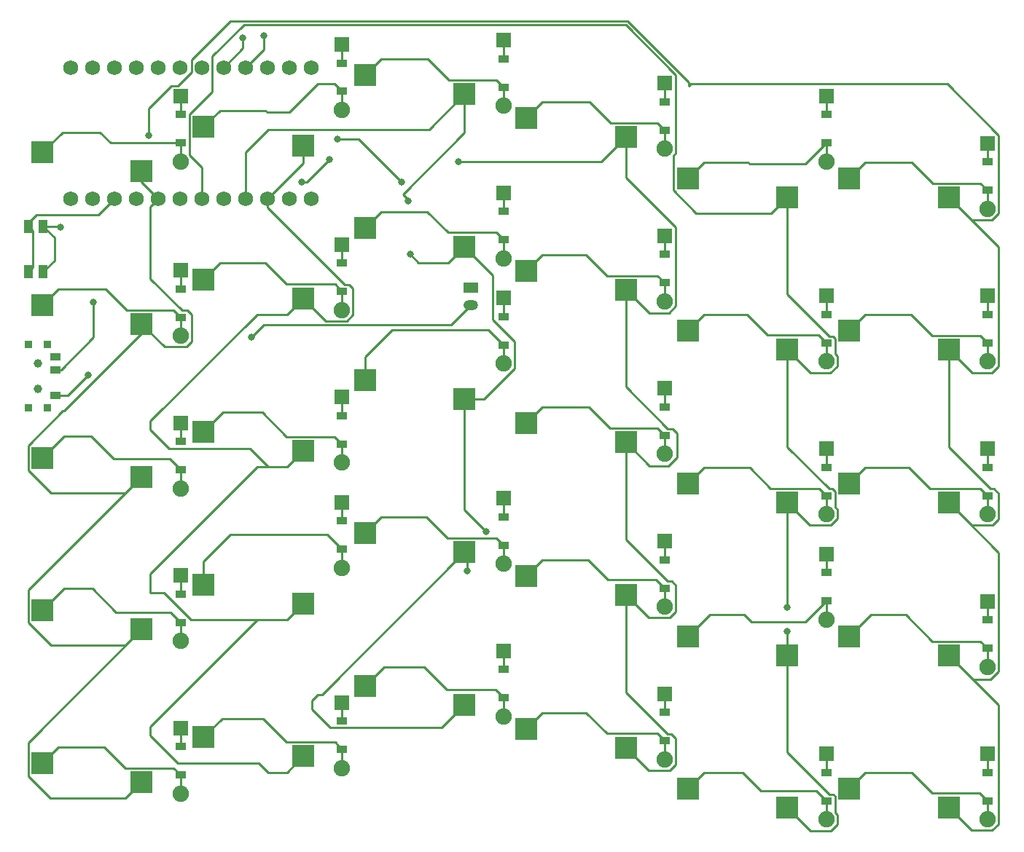
<source format=gbr>
%TF.GenerationSoftware,KiCad,Pcbnew,7.0.8*%
%TF.CreationDate,2024-07-17T12:43:32-03:00*%
%TF.ProjectId,right,72696768-742e-46b6-9963-61645f706362,v1.0.0*%
%TF.SameCoordinates,Original*%
%TF.FileFunction,Copper,L2,Bot*%
%TF.FilePolarity,Positive*%
%FSLAX46Y46*%
G04 Gerber Fmt 4.6, Leading zero omitted, Abs format (unit mm)*
G04 Created by KiCad (PCBNEW 7.0.8) date 2024-07-17 12:43:32*
%MOMM*%
%LPD*%
G01*
G04 APERTURE LIST*
%TA.AperFunction,SMDPad,CuDef*%
%ADD10R,0.900000X0.900000*%
%TD*%
%TA.AperFunction,WasherPad*%
%ADD11C,1.000000*%
%TD*%
%TA.AperFunction,SMDPad,CuDef*%
%ADD12R,1.250000X0.900000*%
%TD*%
%TA.AperFunction,ComponentPad*%
%ADD13R,1.778000X1.778000*%
%TD*%
%TA.AperFunction,SMDPad,CuDef*%
%ADD14R,1.200000X0.900000*%
%TD*%
%TA.AperFunction,ComponentPad*%
%ADD15C,1.905000*%
%TD*%
%TA.AperFunction,SMDPad,CuDef*%
%ADD16R,2.600000X2.600000*%
%TD*%
%TA.AperFunction,SMDPad,CuDef*%
%ADD17R,1.000000X1.550000*%
%TD*%
%TA.AperFunction,ComponentPad*%
%ADD18C,1.752600*%
%TD*%
%TA.AperFunction,ComponentPad*%
%ADD19R,1.700000X1.200000*%
%TD*%
%TA.AperFunction,ComponentPad*%
%ADD20O,1.700000X1.200000*%
%TD*%
%TA.AperFunction,ViaPad*%
%ADD21C,0.800000*%
%TD*%
%TA.AperFunction,Conductor*%
%ADD22C,0.250000*%
%TD*%
G04 APERTURE END LIST*
D10*
%TO.P,T1,*%
%TO.N,*%
X243850000Y-109450000D03*
X246050000Y-109450000D03*
D11*
X244950000Y-107250000D03*
X244950000Y-104250000D03*
D10*
X243850000Y-102050000D03*
X246050000Y-102050000D03*
D12*
%TO.P,T1,1*%
%TO.N,pos*%
X247025000Y-108000000D03*
%TO.P,T1,2*%
%TO.N,RAW*%
X247025000Y-105000000D03*
%TO.P,T1,3*%
%TO.N,N/C*%
X247025000Y-103500000D03*
%TD*%
D13*
%TO.P,D9,1*%
%TO.N,P113*%
X317800000Y-142690000D03*
D14*
X317800000Y-144850000D03*
%TO.P,D9,2*%
%TO.N,mirror_third_mod*%
X317800000Y-148150000D03*
D15*
X317800000Y-150310000D03*
%TD*%
D16*
%TO.P,S9,1*%
%TO.N,P022*%
X332025000Y-102700000D03*
%TO.P,S9,2*%
%TO.N,mirror_second_top*%
X320475000Y-100500000D03*
%TD*%
D13*
%TO.P,D4,1*%
%TO.N,P029*%
X355300000Y-96440000D03*
D14*
X355300000Y-98600000D03*
%TO.P,D4,2*%
%TO.N,mirror_first_top*%
X355300000Y-101900000D03*
D15*
X355300000Y-104060000D03*
%TD*%
D16*
%TO.P,S6,1*%
%TO.N,P022*%
X332025000Y-155950000D03*
%TO.P,S6,2*%
%TO.N,mirror_second_mod*%
X320475000Y-153750000D03*
%TD*%
D13*
%TO.P,D20,1*%
%TO.N,P029*%
X280300000Y-90440000D03*
D14*
X280300000Y-92600000D03*
%TO.P,D20,2*%
%TO.N,mirror_fifth_top*%
X280300000Y-95900000D03*
D15*
X280300000Y-98060000D03*
%TD*%
D16*
%TO.P,S13,1*%
%TO.N,P024*%
X313275000Y-113450000D03*
%TO.P,S13,2*%
%TO.N,mirror_third_home*%
X301725000Y-111250000D03*
%TD*%
%TO.P,S29,1*%
%TO.N,P017*%
X257025000Y-99700000D03*
%TO.P,S29,2*%
%TO.N,mirror_sixth_top*%
X245475000Y-97500000D03*
%TD*%
%TO.P,S17,1*%
%TO.N,P100*%
X294525000Y-126200000D03*
%TO.P,S17,2*%
%TO.N,mirror_fourth_bottom*%
X282975000Y-124000000D03*
%TD*%
D13*
%TO.P,D5,1*%
%TO.N,P031*%
X355300000Y-78690000D03*
D14*
X355300000Y-80850000D03*
%TO.P,D5,2*%
%TO.N,mirror_first_num*%
X355300000Y-84150000D03*
D15*
X355300000Y-86310000D03*
%TD*%
D13*
%TO.P,D13,1*%
%TO.N,P031*%
X317800000Y-71690000D03*
D14*
X317800000Y-73850000D03*
%TO.P,D13,2*%
%TO.N,mirror_third_num*%
X317800000Y-77150000D03*
D15*
X317800000Y-79310000D03*
%TD*%
D13*
%TO.P,D15,1*%
%TO.N,P115*%
X299050000Y-119940000D03*
D14*
X299050000Y-122100000D03*
%TO.P,D15,2*%
%TO.N,mirror_fourth_bottom*%
X299050000Y-125400000D03*
D15*
X299050000Y-127560000D03*
%TD*%
D13*
%TO.P,D6,1*%
%TO.N,P113*%
X336550000Y-149690000D03*
D14*
X336550000Y-151850000D03*
%TO.P,D6,2*%
%TO.N,mirror_second_mod*%
X336550000Y-155150000D03*
D15*
X336550000Y-157310000D03*
%TD*%
D13*
%TO.P,D16,1*%
%TO.N,P029*%
X299050000Y-84440000D03*
D14*
X299050000Y-86600000D03*
%TO.P,D16,2*%
%TO.N,mirror_fourth_top*%
X299050000Y-89900000D03*
D15*
X299050000Y-92060000D03*
%TD*%
D13*
%TO.P,D14,1*%
%TO.N,P113*%
X299050000Y-137690000D03*
D14*
X299050000Y-139850000D03*
%TO.P,D14,2*%
%TO.N,mirror_fourth_mod*%
X299050000Y-143150000D03*
D15*
X299050000Y-145310000D03*
%TD*%
D16*
%TO.P,S15,1*%
%TO.N,P024*%
X313275000Y-77950000D03*
%TO.P,S15,2*%
%TO.N,mirror_third_num*%
X301725000Y-75750000D03*
%TD*%
D13*
%TO.P,D25,1*%
%TO.N,P115*%
X336550000Y-126440000D03*
D14*
X336550000Y-128600000D03*
%TO.P,D25,2*%
%TO.N,mirror_second_bottom*%
X336550000Y-131900000D03*
D15*
X336550000Y-134060000D03*
%TD*%
D13*
%TO.P,D17,1*%
%TO.N,P031*%
X299050000Y-66690000D03*
D14*
X299050000Y-68850000D03*
%TO.P,D17,2*%
%TO.N,mirror_fourth_num*%
X299050000Y-72150000D03*
D15*
X299050000Y-74310000D03*
%TD*%
D13*
%TO.P,D1,1*%
%TO.N,P113*%
X355300000Y-149690000D03*
D14*
X355300000Y-151850000D03*
%TO.P,D1,2*%
%TO.N,mirror_first_mod*%
X355300000Y-155150000D03*
D15*
X355300000Y-157310000D03*
%TD*%
D16*
%TO.P,S3,1*%
%TO.N,P020*%
X350775000Y-120450000D03*
%TO.P,S3,2*%
%TO.N,mirror_first_home*%
X339225000Y-118250000D03*
%TD*%
D13*
%TO.P,D18,1*%
%TO.N,P113*%
X280300000Y-143690000D03*
D14*
X280300000Y-145850000D03*
%TO.P,D18,2*%
%TO.N,mirror_fifth_mod*%
X280300000Y-149150000D03*
D15*
X280300000Y-151310000D03*
%TD*%
D13*
%TO.P,D3,1*%
%TO.N,P002*%
X355300000Y-114190000D03*
D14*
X355300000Y-116350000D03*
%TO.P,D3,2*%
%TO.N,mirror_first_home*%
X355300000Y-119650000D03*
D15*
X355300000Y-121810000D03*
%TD*%
D16*
%TO.P,S12,1*%
%TO.N,P024*%
X313275000Y-131200000D03*
%TO.P,S12,2*%
%TO.N,mirror_third_bottom*%
X301725000Y-129000000D03*
%TD*%
D13*
%TO.P,D23,1*%
%TO.N,P002*%
X261550000Y-111190000D03*
D14*
X261550000Y-113350000D03*
%TO.P,D23,2*%
%TO.N,mirror_sixth_home*%
X261550000Y-116650000D03*
D15*
X261550000Y-118810000D03*
%TD*%
D16*
%TO.P,S2,1*%
%TO.N,P020*%
X350775000Y-138200000D03*
%TO.P,S2,2*%
%TO.N,mirror_first_bottom*%
X339225000Y-136000000D03*
%TD*%
%TO.P,S11,1*%
%TO.N,P024*%
X313275000Y-148950000D03*
%TO.P,S11,2*%
%TO.N,mirror_third_mod*%
X301725000Y-146750000D03*
%TD*%
%TO.P,S5,1*%
%TO.N,P020*%
X350775000Y-84950000D03*
%TO.P,S5,2*%
%TO.N,mirror_first_num*%
X339225000Y-82750000D03*
%TD*%
%TO.P,S18,1*%
%TO.N,P100*%
X294525000Y-108450000D03*
%TO.P,S18,2*%
%TO.N,mirror_fourth_home*%
X282975000Y-106250000D03*
%TD*%
%TO.P,S14,1*%
%TO.N,P024*%
X313275000Y-95700000D03*
%TO.P,S14,2*%
%TO.N,mirror_third_top*%
X301725000Y-93500000D03*
%TD*%
D17*
%TO.P,B1,1*%
%TO.N,GND*%
X243900000Y-93575000D03*
X243900000Y-88325000D03*
%TO.P,B1,2*%
%TO.N,RST*%
X245600000Y-93575000D03*
X245600000Y-88325000D03*
%TD*%
D13*
%TO.P,D11,1*%
%TO.N,P002*%
X317800000Y-107190000D03*
D14*
X317800000Y-109350000D03*
%TO.P,D11,2*%
%TO.N,mirror_third_home*%
X317800000Y-112650000D03*
D15*
X317800000Y-114810000D03*
%TD*%
D13*
%TO.P,D21,1*%
%TO.N,P113*%
X261550000Y-146690000D03*
D14*
X261550000Y-148850000D03*
%TO.P,D21,2*%
%TO.N,mirror_sixth_mod*%
X261550000Y-152150000D03*
D15*
X261550000Y-154310000D03*
%TD*%
D16*
%TO.P,S27,1*%
%TO.N,P017*%
X257025000Y-135200000D03*
%TO.P,S27,2*%
%TO.N,mirror_sixth_bottom*%
X245475000Y-133000000D03*
%TD*%
%TO.P,S19,1*%
%TO.N,P100*%
X294525000Y-90700000D03*
%TO.P,S19,2*%
%TO.N,mirror_fourth_top*%
X282975000Y-88500000D03*
%TD*%
%TO.P,S23,1*%
%TO.N,P011*%
X275775000Y-114450000D03*
%TO.P,S23,2*%
%TO.N,mirror_fifth_home*%
X264225000Y-112250000D03*
%TD*%
D13*
%TO.P,D12,1*%
%TO.N,P029*%
X317800000Y-89440000D03*
D14*
X317800000Y-91600000D03*
%TO.P,D12,2*%
%TO.N,mirror_third_top*%
X317800000Y-94900000D03*
D15*
X317800000Y-97060000D03*
%TD*%
D13*
%TO.P,D29,1*%
%TO.N,P031*%
X280300000Y-67190000D03*
D14*
X280300000Y-69350000D03*
%TO.P,D29,2*%
%TO.N,mirror_fifth_num*%
X280300000Y-72650000D03*
D15*
X280300000Y-74810000D03*
%TD*%
D18*
%TO.P,MCU1,1*%
%TO.N,P006*%
X248780000Y-85120000D03*
%TO.P,MCU1,2*%
%TO.N,P008*%
X251320000Y-85120000D03*
%TO.P,MCU1,3*%
%TO.N,GND*%
X253860000Y-85120000D03*
%TO.P,MCU1,4*%
X256400000Y-85120000D03*
%TO.P,MCU1,5*%
%TO.N,P017*%
X258940000Y-85120000D03*
%TO.P,MCU1,6*%
%TO.N,P020*%
X261480000Y-85120000D03*
%TO.P,MCU1,7*%
%TO.N,P022*%
X264020000Y-85120000D03*
%TO.P,MCU1,8*%
%TO.N,P024*%
X266560000Y-85120000D03*
%TO.P,MCU1,9*%
%TO.N,P100*%
X269100000Y-85120000D03*
%TO.P,MCU1,10*%
%TO.N,P011*%
X271640000Y-85120000D03*
%TO.P,MCU1,11*%
%TO.N,P104*%
X274180000Y-85120000D03*
%TO.P,MCU1,12*%
%TO.N,P106*%
X276720000Y-85120000D03*
%TO.P,MCU1,13*%
%TO.N,P009*%
X276720000Y-69880000D03*
%TO.P,MCU1,14*%
%TO.N,P010*%
X274180000Y-69880000D03*
%TO.P,MCU1,15*%
%TO.N,P111*%
X271640000Y-69880000D03*
%TO.P,MCU1,16*%
%TO.N,P113*%
X269100000Y-69880000D03*
%TO.P,MCU1,17*%
%TO.N,P115*%
X266560000Y-69880000D03*
%TO.P,MCU1,18*%
%TO.N,P002*%
X264020000Y-69880000D03*
%TO.P,MCU1,19*%
%TO.N,P029*%
X261480000Y-69880000D03*
%TO.P,MCU1,20*%
%TO.N,P031*%
X258940000Y-69880000D03*
%TO.P,MCU1,21*%
%TO.N,VCC*%
X256400000Y-69880000D03*
%TO.P,MCU1,22*%
%TO.N,RST*%
X253860000Y-69880000D03*
%TO.P,MCU1,23*%
%TO.N,GND*%
X251320000Y-69880000D03*
%TO.P,MCU1,24*%
%TO.N,RAW*%
X248780000Y-69880000D03*
%TD*%
D16*
%TO.P,S8,1*%
%TO.N,P022*%
X332025000Y-120450000D03*
%TO.P,S8,2*%
%TO.N,mirror_second_home*%
X320475000Y-118250000D03*
%TD*%
D13*
%TO.P,D24,1*%
%TO.N,P029*%
X261550000Y-93440000D03*
D14*
X261550000Y-95600000D03*
%TO.P,D24,2*%
%TO.N,mirror_sixth_top*%
X261550000Y-98900000D03*
D15*
X261550000Y-101060000D03*
%TD*%
D13*
%TO.P,D19,1*%
%TO.N,P002*%
X280300000Y-108190000D03*
D14*
X280300000Y-110350000D03*
%TO.P,D19,2*%
%TO.N,mirror_fifth_home*%
X280300000Y-113650000D03*
D15*
X280300000Y-115810000D03*
%TD*%
D16*
%TO.P,S26,1*%
%TO.N,P017*%
X257025000Y-152950000D03*
%TO.P,S26,2*%
%TO.N,mirror_sixth_mod*%
X245475000Y-150750000D03*
%TD*%
D13*
%TO.P,D28,1*%
%TO.N,P115*%
X280300000Y-120440000D03*
D14*
X280300000Y-122600000D03*
%TO.P,D28,2*%
%TO.N,mirror_fifth_bottom*%
X280300000Y-125900000D03*
D15*
X280300000Y-128060000D03*
%TD*%
D16*
%TO.P,S22,1*%
%TO.N,P011*%
X275775000Y-132200000D03*
%TO.P,S22,2*%
%TO.N,mirror_fifth_bottom*%
X264225000Y-130000000D03*
%TD*%
%TO.P,S20,1*%
%TO.N,P100*%
X294525000Y-72950000D03*
%TO.P,S20,2*%
%TO.N,mirror_fourth_num*%
X282975000Y-70750000D03*
%TD*%
%TO.P,S1,1*%
%TO.N,P020*%
X350775000Y-155950000D03*
%TO.P,S1,2*%
%TO.N,mirror_first_mod*%
X339225000Y-153750000D03*
%TD*%
D13*
%TO.P,D22,1*%
%TO.N,P115*%
X261550000Y-128940000D03*
D14*
X261550000Y-131100000D03*
%TO.P,D22,2*%
%TO.N,mirror_sixth_bottom*%
X261550000Y-134400000D03*
D15*
X261550000Y-136560000D03*
%TD*%
D19*
%TO.P,JST1,1*%
%TO.N,pos*%
X295250000Y-95500000D03*
D20*
%TO.P,JST1,2*%
%TO.N,GND*%
X295250000Y-97500000D03*
%TD*%
D13*
%TO.P,D27,1*%
%TO.N,P002*%
X299050000Y-96690000D03*
D14*
X299050000Y-98850000D03*
%TO.P,D27,2*%
%TO.N,mirror_fourth_home*%
X299050000Y-102150000D03*
D15*
X299050000Y-104310000D03*
%TD*%
D13*
%TO.P,D8,1*%
%TO.N,P029*%
X336550000Y-96440000D03*
D14*
X336550000Y-98600000D03*
%TO.P,D8,2*%
%TO.N,mirror_second_top*%
X336550000Y-101900000D03*
D15*
X336550000Y-104060000D03*
%TD*%
D16*
%TO.P,S7,1*%
%TO.N,P022*%
X332025000Y-138200000D03*
%TO.P,S7,2*%
%TO.N,mirror_second_bottom*%
X320475000Y-136000000D03*
%TD*%
D13*
%TO.P,D30,1*%
%TO.N,P031*%
X261550000Y-73190000D03*
D14*
X261550000Y-75350000D03*
%TO.P,D30,2*%
%TO.N,mirror_sixth_num*%
X261550000Y-78650000D03*
D15*
X261550000Y-80810000D03*
%TD*%
D13*
%TO.P,D7,1*%
%TO.N,P002*%
X336550000Y-114190000D03*
D14*
X336550000Y-116350000D03*
%TO.P,D7,2*%
%TO.N,mirror_second_home*%
X336550000Y-119650000D03*
D15*
X336550000Y-121810000D03*
%TD*%
D16*
%TO.P,S28,1*%
%TO.N,P017*%
X257025000Y-117450000D03*
%TO.P,S28,2*%
%TO.N,mirror_sixth_home*%
X245475000Y-115250000D03*
%TD*%
D13*
%TO.P,D10,1*%
%TO.N,P115*%
X317800000Y-124940000D03*
D14*
X317800000Y-127100000D03*
%TO.P,D10,2*%
%TO.N,mirror_third_bottom*%
X317800000Y-130400000D03*
D15*
X317800000Y-132560000D03*
%TD*%
D16*
%TO.P,S4,1*%
%TO.N,P020*%
X350775000Y-102700000D03*
%TO.P,S4,2*%
%TO.N,mirror_first_top*%
X339225000Y-100500000D03*
%TD*%
%TO.P,S10,1*%
%TO.N,P022*%
X332025000Y-84950000D03*
%TO.P,S10,2*%
%TO.N,mirror_second_num*%
X320475000Y-82750000D03*
%TD*%
D13*
%TO.P,D26,1*%
%TO.N,P031*%
X336550000Y-73190000D03*
D14*
X336550000Y-75350000D03*
%TO.P,D26,2*%
%TO.N,mirror_second_num*%
X336550000Y-78650000D03*
D15*
X336550000Y-80810000D03*
%TD*%
D16*
%TO.P,S30,1*%
%TO.N,P017*%
X257025000Y-81950000D03*
%TO.P,S30,2*%
%TO.N,mirror_sixth_num*%
X245475000Y-79750000D03*
%TD*%
%TO.P,S16,1*%
%TO.N,P100*%
X294525000Y-143950000D03*
%TO.P,S16,2*%
%TO.N,mirror_fourth_mod*%
X282975000Y-141750000D03*
%TD*%
D13*
%TO.P,D2,1*%
%TO.N,P115*%
X355300000Y-131940000D03*
D14*
X355300000Y-134100000D03*
%TO.P,D2,2*%
%TO.N,mirror_first_bottom*%
X355300000Y-137400000D03*
D15*
X355300000Y-139560000D03*
%TD*%
D16*
%TO.P,S24,1*%
%TO.N,P011*%
X275775000Y-96700000D03*
%TO.P,S24,2*%
%TO.N,mirror_fifth_top*%
X264225000Y-94500000D03*
%TD*%
%TO.P,S25,1*%
%TO.N,P011*%
X275775000Y-78950000D03*
%TO.P,S25,2*%
%TO.N,mirror_fifth_num*%
X264225000Y-76750000D03*
%TD*%
%TO.P,S21,1*%
%TO.N,P011*%
X275775000Y-149950000D03*
%TO.P,S21,2*%
%TO.N,mirror_fifth_mod*%
X264225000Y-147750000D03*
%TD*%
D21*
%TO.N,P020*%
X257800000Y-77800000D03*
%TO.N,P022*%
X332000000Y-135400000D03*
X332000000Y-132600000D03*
%TO.N,P024*%
X293800000Y-80800000D03*
X278800000Y-80600000D03*
X275600000Y-83200000D03*
%TO.N,P100*%
X288000000Y-85400000D03*
X297000000Y-123800000D03*
X294800000Y-128400000D03*
X288200000Y-91600000D03*
%TO.N,P113*%
X271200000Y-66200000D03*
%TO.N,P115*%
X268800000Y-66400000D03*
%TO.N,P002*%
X279800000Y-78200000D03*
X287200000Y-83200000D03*
%TO.N,RAW*%
X251400000Y-97200000D03*
%TO.N,GND*%
X269800000Y-101200000D03*
%TO.N,RST*%
X247600000Y-88400000D03*
%TO.N,pos*%
X250800000Y-105600000D03*
%TD*%
D22*
%TO.N,P020*%
X356577500Y-104589158D02*
X355766658Y-105400000D01*
X355641316Y-118875000D02*
X356034620Y-118875000D01*
X350775000Y-84950000D02*
X356577500Y-90752500D01*
X356034620Y-118875000D02*
X356577500Y-119417880D01*
X320600000Y-72000000D02*
X320600000Y-71615984D01*
X320600000Y-71615984D02*
X313444516Y-64460500D01*
X350775000Y-120450000D02*
X356577500Y-126252500D01*
X356600000Y-86816658D02*
X356600000Y-77752380D01*
X356577500Y-90752500D02*
X356577500Y-104589158D01*
X353412500Y-158587500D02*
X350775000Y-155950000D01*
X356577500Y-119417880D02*
X356577500Y-122422500D01*
X261224000Y-71976000D02*
X260424000Y-71976000D01*
X356577500Y-126252500D02*
X356577500Y-140089158D01*
X353475000Y-105400000D02*
X350775000Y-102700000D01*
X355829158Y-87587500D02*
X356600000Y-86816658D01*
X356577500Y-140089158D02*
X355666658Y-141000000D01*
X350647620Y-71800000D02*
X320800000Y-71800000D01*
X353575000Y-141000000D02*
X350775000Y-138200000D01*
X356600000Y-77752380D02*
X350647620Y-71800000D01*
X262800000Y-69000000D02*
X262800000Y-70400000D01*
X356577500Y-144002500D02*
X356577500Y-157839158D01*
X260424000Y-71976000D02*
X257800000Y-74600000D01*
X350775000Y-138200000D02*
X356577500Y-144002500D01*
X353412500Y-87587500D02*
X355829158Y-87587500D01*
X350775000Y-114008684D02*
X355641316Y-118875000D01*
X313444516Y-64460500D02*
X267339500Y-64460500D01*
X320800000Y-71800000D02*
X320600000Y-72000000D01*
X267339500Y-64460500D02*
X262800000Y-69000000D01*
X353412500Y-123087500D02*
X350775000Y-120450000D01*
X356577500Y-157839158D02*
X355829158Y-158587500D01*
X355666658Y-141000000D02*
X353575000Y-141000000D01*
X262800000Y-70400000D02*
X261224000Y-71976000D01*
X356577500Y-122422500D02*
X355912500Y-123087500D01*
X355829158Y-158587500D02*
X353412500Y-158587500D01*
X350775000Y-84950000D02*
X353412500Y-87587500D01*
X257800000Y-74600000D02*
X257800000Y-77800000D01*
X350775000Y-102700000D02*
X350775000Y-114008684D01*
X355912500Y-123087500D02*
X353412500Y-123087500D01*
X355766658Y-105400000D02*
X353475000Y-105400000D01*
%TO.N,mirror_first_mod*%
X339225000Y-153750000D02*
X341100000Y-151875000D01*
X354350000Y-154200000D02*
X355300000Y-155150000D01*
X341100000Y-151875000D02*
X346509620Y-151875000D01*
X346509620Y-151875000D02*
X348834620Y-154200000D01*
X348834620Y-154200000D02*
X354350000Y-154200000D01*
X355300000Y-157310000D02*
X355300000Y-155150000D01*
%TO.N,mirror_first_bottom*%
X355300000Y-139560000D02*
X355300000Y-137400000D01*
X348870001Y-136575000D02*
X354475000Y-136575000D01*
X354475000Y-136575000D02*
X355300000Y-137400000D01*
X339225000Y-136000000D02*
X341749100Y-133475900D01*
X341749100Y-133475900D02*
X345770901Y-133475900D01*
X345770901Y-133475900D02*
X348870001Y-136575000D01*
%TO.N,mirror_first_home*%
X354475000Y-118825000D02*
X355300000Y-119650000D01*
X355300000Y-121810000D02*
X355300000Y-119650000D01*
X346125000Y-116375000D02*
X348575000Y-118825000D01*
X339225000Y-118250000D02*
X341100000Y-116375000D01*
X348575000Y-118825000D02*
X354475000Y-118825000D01*
X341100000Y-116375000D02*
X346125000Y-116375000D01*
%TO.N,mirror_first_top*%
X339225000Y-100500000D02*
X341100000Y-98625000D01*
X346425000Y-98625000D02*
X348875000Y-101075000D01*
X348875000Y-101075000D02*
X354475000Y-101075000D01*
X355300000Y-104060000D02*
X355300000Y-101900000D01*
X354475000Y-101075000D02*
X355300000Y-101900000D01*
X341100000Y-98625000D02*
X346425000Y-98625000D01*
%TO.N,mirror_first_num*%
X348925000Y-83325000D02*
X354475000Y-83325000D01*
X341100000Y-80875000D02*
X346475000Y-80875000D01*
X346475000Y-80875000D02*
X348925000Y-83325000D01*
X339225000Y-82750000D02*
X341100000Y-80875000D01*
X354475000Y-83325000D02*
X355300000Y-84150000D01*
X355300000Y-86310000D02*
X355300000Y-84150000D01*
%TO.N,P022*%
X334675000Y-158600000D02*
X332025000Y-155950000D01*
X337827500Y-121227500D02*
X337827500Y-122339158D01*
X332025000Y-120450000D02*
X332025000Y-132575000D01*
X330150000Y-86825000D02*
X321425000Y-86825000D01*
X337600000Y-101400000D02*
X337600000Y-103200000D01*
X337375000Y-154375000D02*
X337600000Y-154600000D01*
X332025000Y-149508684D02*
X336891316Y-154375000D01*
X337600000Y-119190380D02*
X337600000Y-121000000D01*
X334662500Y-123087500D02*
X332025000Y-120450000D01*
X337325000Y-101125000D02*
X337600000Y-101400000D01*
X337600000Y-154600000D02*
X337600000Y-156553342D01*
X268889500Y-64910500D02*
X265221300Y-68578700D01*
X265221300Y-72694080D02*
X262600000Y-75315380D01*
X319077500Y-70729880D02*
X313258120Y-64910500D01*
X332025000Y-138200000D02*
X332025000Y-149508684D01*
X336891316Y-101125000D02*
X337325000Y-101125000D01*
X332025000Y-132575000D02*
X332000000Y-132600000D01*
X321425000Y-86825000D02*
X318758329Y-84158329D01*
X264020000Y-81473342D02*
X264020000Y-85120000D01*
X332025000Y-84950000D02*
X332025000Y-96258684D01*
X318758329Y-80158329D02*
X319077500Y-79839158D01*
X334725000Y-105400000D02*
X332025000Y-102700000D01*
X318758329Y-84158329D02*
X318758329Y-80158329D01*
X262600000Y-75315380D02*
X262600000Y-80053342D01*
X337600000Y-156553342D02*
X337827500Y-156780842D01*
X332025000Y-135425000D02*
X332025000Y-138200000D01*
X332025000Y-114008684D02*
X336891316Y-118875000D01*
X337827500Y-104589158D02*
X337016658Y-105400000D01*
X336891316Y-154375000D02*
X337375000Y-154375000D01*
X332000000Y-135400000D02*
X332025000Y-135425000D01*
X262600000Y-80053342D02*
X264020000Y-81473342D01*
X332025000Y-96258684D02*
X336891316Y-101125000D01*
X332025000Y-84950000D02*
X330150000Y-86825000D01*
X319077500Y-79839158D02*
X319077500Y-70729880D01*
X337827500Y-122339158D02*
X337079158Y-123087500D01*
X265221300Y-68578700D02*
X265221300Y-72694080D01*
X313258120Y-64910500D02*
X268889500Y-64910500D01*
X337600000Y-103200000D02*
X337827500Y-103427500D01*
X337827500Y-157839158D02*
X337066658Y-158600000D01*
X337600000Y-121000000D02*
X337827500Y-121227500D01*
X337284620Y-118875000D02*
X337600000Y-119190380D01*
X337079158Y-123087500D02*
X334662500Y-123087500D01*
X337827500Y-103427500D02*
X337827500Y-104589158D01*
X337066658Y-158600000D02*
X334675000Y-158600000D01*
X332025000Y-102700000D02*
X332025000Y-114008684D01*
X337827500Y-156780842D02*
X337827500Y-157839158D01*
X337016658Y-105400000D02*
X334725000Y-105400000D01*
X336891316Y-118875000D02*
X337284620Y-118875000D01*
%TO.N,mirror_second_mod*%
X335400000Y-154000000D02*
X336550000Y-155150000D01*
X322350000Y-151875000D02*
X326875000Y-151875000D01*
X326875000Y-151875000D02*
X329000000Y-154000000D01*
X320475000Y-153750000D02*
X322350000Y-151875000D01*
X336550000Y-157310000D02*
X336550000Y-155150000D01*
X329000000Y-154000000D02*
X335400000Y-154000000D01*
%TO.N,mirror_second_bottom*%
X334110500Y-134339500D02*
X336550000Y-131900000D01*
X322999100Y-133475900D02*
X327020901Y-133475900D01*
X320475000Y-136000000D02*
X322999100Y-133475900D01*
X327884501Y-134339500D02*
X334110500Y-134339500D01*
X336550000Y-134060000D02*
X336550000Y-131900000D01*
X327020901Y-133475900D02*
X327884501Y-134339500D01*
%TO.N,mirror_second_home*%
X320475000Y-118250000D02*
X322350000Y-116375000D01*
X335700000Y-118800000D02*
X336550000Y-119650000D01*
X327670001Y-116375000D02*
X330095001Y-118800000D01*
X336550000Y-121810000D02*
X336550000Y-119650000D01*
X322350000Y-116375000D02*
X327670001Y-116375000D01*
X330095001Y-118800000D02*
X335700000Y-118800000D01*
%TO.N,mirror_second_top*%
X329701650Y-101000000D02*
X335650000Y-101000000D01*
X336550000Y-104060000D02*
X336550000Y-101900000D01*
X327326650Y-98625000D02*
X329701650Y-101000000D01*
X322350000Y-98625000D02*
X327326650Y-98625000D01*
X335650000Y-101000000D02*
X336550000Y-101900000D01*
X320475000Y-100500000D02*
X322350000Y-98625000D01*
%TO.N,mirror_second_num*%
X320475000Y-82750000D02*
X322350000Y-80875000D01*
X327475000Y-80875000D02*
X327689500Y-81089500D01*
X336550000Y-80810000D02*
X336550000Y-78650000D01*
X327689500Y-81089500D02*
X334110500Y-81089500D01*
X334110500Y-81089500D02*
X336550000Y-78650000D01*
X322350000Y-80875000D02*
X327475000Y-80875000D01*
%TO.N,P024*%
X318675000Y-111875000D02*
X319200000Y-112400000D01*
X319200000Y-112400000D02*
X319200000Y-115216658D01*
X318141316Y-147375000D02*
X318575000Y-147375000D01*
X318141316Y-111875000D02*
X318675000Y-111875000D01*
X319200000Y-115216658D02*
X318216658Y-116200000D01*
X313275000Y-77950000D02*
X313275000Y-82677380D01*
X319077500Y-130077500D02*
X319077500Y-133122500D01*
X313275000Y-77950000D02*
X310425000Y-80800000D01*
X313275000Y-131200000D02*
X313275000Y-142508684D01*
X278800000Y-80600000D02*
X276200000Y-83200000D01*
X315975000Y-98400000D02*
X313275000Y-95700000D01*
X318362500Y-133837500D02*
X315912500Y-133837500D01*
X319077500Y-147877500D02*
X319077500Y-150922500D01*
X318625000Y-129625000D02*
X319077500Y-130077500D01*
X316025000Y-116200000D02*
X313275000Y-113450000D01*
X313275000Y-107008684D02*
X318141316Y-111875000D01*
X318575000Y-147375000D02*
X319077500Y-147877500D01*
X315925000Y-151600000D02*
X313275000Y-148950000D01*
X319077500Y-133122500D02*
X318362500Y-133837500D01*
X313275000Y-95700000D02*
X313275000Y-107008684D01*
X319077500Y-97589158D02*
X318266658Y-98400000D01*
X310425000Y-80800000D02*
X293800000Y-80800000D01*
X318216658Y-116200000D02*
X316025000Y-116200000D01*
X276200000Y-83200000D02*
X275600000Y-83200000D01*
X315912500Y-133837500D02*
X313275000Y-131200000D01*
X318266658Y-98400000D02*
X315975000Y-98400000D01*
X318400000Y-151600000D02*
X315925000Y-151600000D01*
X318141316Y-129625000D02*
X318625000Y-129625000D01*
X313275000Y-113450000D02*
X313275000Y-124758684D01*
X313275000Y-82677380D02*
X319077500Y-88479880D01*
X313275000Y-124758684D02*
X318141316Y-129625000D01*
X319077500Y-88479880D02*
X319077500Y-97589158D01*
X319077500Y-150922500D02*
X318400000Y-151600000D01*
X313275000Y-142508684D02*
X318141316Y-147375000D01*
%TO.N,mirror_third_mod*%
X308675000Y-144875000D02*
X311125000Y-147325000D01*
X316975000Y-147325000D02*
X317800000Y-148150000D01*
X317800000Y-150310000D02*
X317800000Y-148150000D01*
X311125000Y-147325000D02*
X316975000Y-147325000D01*
X301725000Y-146750000D02*
X303600000Y-144875000D01*
X303600000Y-144875000D02*
X308675000Y-144875000D01*
%TO.N,mirror_third_bottom*%
X317800000Y-132560000D02*
X317800000Y-130400000D01*
X301725000Y-129000000D02*
X303600000Y-127125000D01*
X316800000Y-129400000D02*
X317800000Y-130400000D01*
X311195001Y-129400000D02*
X316800000Y-129400000D01*
X303600000Y-127125000D02*
X308920001Y-127125000D01*
X308920001Y-127125000D02*
X311195001Y-129400000D01*
%TO.N,mirror_third_home*%
X301725000Y-111250000D02*
X303600000Y-109375000D01*
X311425000Y-111825000D02*
X316975000Y-111825000D01*
X303600000Y-109375000D02*
X308975000Y-109375000D01*
X317800000Y-114810000D02*
X317800000Y-112650000D01*
X316975000Y-111825000D02*
X317800000Y-112650000D01*
X308975000Y-109375000D02*
X311425000Y-111825000D01*
%TO.N,mirror_third_top*%
X311075000Y-94075000D02*
X316975000Y-94075000D01*
X303600000Y-91625000D02*
X308625000Y-91625000D01*
X301725000Y-93500000D02*
X303600000Y-91625000D01*
X317800000Y-97060000D02*
X317800000Y-94900000D01*
X316975000Y-94075000D02*
X317800000Y-94900000D01*
X308625000Y-91625000D02*
X311075000Y-94075000D01*
%TO.N,mirror_third_num*%
X301725000Y-75750000D02*
X303600000Y-73875000D01*
X317800000Y-79310000D02*
X317800000Y-77150000D01*
X316975000Y-76325000D02*
X317800000Y-77150000D01*
X311525000Y-76325000D02*
X316975000Y-76325000D01*
X303600000Y-73875000D02*
X309075000Y-73875000D01*
X309075000Y-73875000D02*
X311525000Y-76325000D01*
%TO.N,P100*%
X300327500Y-101727500D02*
X300327500Y-104872500D01*
X289175000Y-92575000D02*
X292650000Y-92575000D01*
X294525000Y-126200000D02*
X277950900Y-142774100D01*
X288200000Y-91600000D02*
X289175000Y-92575000D01*
X294525000Y-72950000D02*
X294525000Y-77475000D01*
X288000000Y-85200000D02*
X288000000Y-85400000D01*
X292650000Y-92575000D02*
X294525000Y-90700000D01*
X276774100Y-143492216D02*
X276774100Y-144507784D01*
X294800000Y-128400000D02*
X294800000Y-126475000D01*
X294525000Y-72950000D02*
X290400000Y-77075000D01*
X297836000Y-94011000D02*
X297836000Y-99236000D01*
X277950900Y-142774100D02*
X277492216Y-142774100D01*
X294525000Y-77475000D02*
X287400000Y-84600000D01*
X278891316Y-146625000D02*
X291850000Y-146625000D01*
X300327500Y-104872500D02*
X296750000Y-108450000D01*
X277492216Y-142774100D02*
X276774100Y-143492216D01*
X271723350Y-77075000D02*
X269100000Y-79698350D01*
X291850000Y-146625000D02*
X294525000Y-143950000D01*
X296750000Y-108450000D02*
X294525000Y-108450000D01*
X297836000Y-99236000D02*
X300327500Y-101727500D01*
X269100000Y-79698350D02*
X269100000Y-85120000D01*
X287400000Y-84600000D02*
X288000000Y-85200000D01*
X294800000Y-126475000D02*
X294525000Y-126200000D01*
X294525000Y-90700000D02*
X297836000Y-94011000D01*
X276774100Y-144507784D02*
X278891316Y-146625000D01*
X290400000Y-77075000D02*
X271723350Y-77075000D01*
X294525000Y-121325000D02*
X297000000Y-123800000D01*
X294525000Y-108450000D02*
X294525000Y-121325000D01*
%TO.N,mirror_fourth_mod*%
X298100000Y-142200000D02*
X299050000Y-143150000D01*
X299050000Y-145310000D02*
X299050000Y-143150000D01*
X282975000Y-141750000D02*
X285172500Y-139552500D01*
X285172500Y-139552500D02*
X289847501Y-139552500D01*
X292495001Y-142200000D02*
X298100000Y-142200000D01*
X289847501Y-139552500D02*
X292495001Y-142200000D01*
%TO.N,mirror_fourth_bottom*%
X292575000Y-124575000D02*
X298225000Y-124575000D01*
X298225000Y-124575000D02*
X299050000Y-125400000D01*
X299050000Y-127560000D02*
X299050000Y-125400000D01*
X282975000Y-124000000D02*
X284850000Y-122125000D01*
X290125000Y-122125000D02*
X292575000Y-124575000D01*
X284850000Y-122125000D02*
X290125000Y-122125000D01*
%TO.N,mirror_fourth_home*%
X299050000Y-104310000D02*
X299050000Y-102150000D01*
X297310500Y-100410500D02*
X299050000Y-102150000D01*
X282975000Y-106250000D02*
X282975000Y-103541316D01*
X286105816Y-100410500D02*
X297310500Y-100410500D01*
X282975000Y-103541316D02*
X286105816Y-100410500D01*
%TO.N,mirror_fourth_top*%
X282975000Y-88500000D02*
X284850000Y-86625000D01*
X292620001Y-89075000D02*
X298225000Y-89075000D01*
X290170001Y-86625000D02*
X292620001Y-89075000D01*
X299050000Y-92060000D02*
X299050000Y-89900000D01*
X284850000Y-86625000D02*
X290170001Y-86625000D01*
X298225000Y-89075000D02*
X299050000Y-89900000D01*
%TO.N,mirror_fourth_num*%
X290275000Y-68875000D02*
X292725000Y-71325000D01*
X282975000Y-70750000D02*
X284850000Y-68875000D01*
X292725000Y-71325000D02*
X298225000Y-71325000D01*
X299050000Y-74310000D02*
X299050000Y-72150000D01*
X284850000Y-68875000D02*
X290275000Y-68875000D01*
X298225000Y-71325000D02*
X299050000Y-72150000D01*
%TO.N,P011*%
X259633720Y-130974100D02*
X262734620Y-134075000D01*
X270441316Y-116325000D02*
X258024100Y-128742216D01*
X275775000Y-96700000D02*
X273900000Y-98575000D01*
X271640000Y-86123684D02*
X280641316Y-95125000D01*
X270441316Y-98575000D02*
X258024100Y-110992216D01*
X271640000Y-85120000D02*
X271640000Y-86123684D01*
X281125000Y-95125000D02*
X281577500Y-95577500D01*
X258024100Y-130974100D02*
X259633720Y-130974100D01*
X260216316Y-114200000D02*
X269598350Y-114200000D01*
X271723350Y-151825000D02*
X273900000Y-151825000D01*
X275775000Y-80985000D02*
X271640000Y-85120000D01*
X258024100Y-112007784D02*
X260216316Y-114200000D01*
X262734620Y-134075000D02*
X273900000Y-134075000D01*
X281577500Y-98622500D02*
X280862500Y-99337500D01*
X258024100Y-147507784D02*
X261242966Y-150726650D01*
X270441316Y-134075000D02*
X258024100Y-146492216D01*
X273900000Y-116325000D02*
X275775000Y-114450000D01*
X261242966Y-150726650D02*
X270625000Y-150726650D01*
X269598350Y-114200000D02*
X271723350Y-116325000D01*
X258024100Y-128742216D02*
X258024100Y-130974100D01*
X281577500Y-95577500D02*
X281577500Y-98622500D01*
X258024100Y-110992216D02*
X258024100Y-112007784D01*
X270625000Y-150726650D02*
X271723350Y-151825000D01*
X273900000Y-151825000D02*
X275775000Y-149950000D01*
X273900000Y-98575000D02*
X270441316Y-98575000D01*
X273900000Y-134075000D02*
X275775000Y-132200000D01*
X280862500Y-99337500D02*
X278412500Y-99337500D01*
X258024100Y-146492216D02*
X258024100Y-147507784D01*
X271723350Y-116325000D02*
X273900000Y-116325000D01*
X280641316Y-95125000D02*
X281125000Y-95125000D01*
X275775000Y-78950000D02*
X275775000Y-80985000D01*
X273900000Y-134075000D02*
X270441316Y-134075000D01*
X278412500Y-99337500D02*
X275775000Y-96700000D01*
X273900000Y-116325000D02*
X270441316Y-116325000D01*
%TO.N,mirror_fifth_mod*%
X280300000Y-151310000D02*
X280300000Y-149150000D01*
X273870001Y-148325000D02*
X279475000Y-148325000D01*
X264225000Y-147750000D02*
X266347500Y-145627500D01*
X271172501Y-145627500D02*
X273870001Y-148325000D01*
X279475000Y-148325000D02*
X280300000Y-149150000D01*
X266347500Y-145627500D02*
X271172501Y-145627500D01*
%TO.N,mirror_fifth_bottom*%
X280300000Y-128060000D02*
X280300000Y-125900000D01*
X264225000Y-127291316D02*
X267355816Y-124160500D01*
X278560500Y-124160500D02*
X280300000Y-125900000D01*
X264225000Y-130000000D02*
X264225000Y-127291316D01*
X267355816Y-124160500D02*
X278560500Y-124160500D01*
%TO.N,mirror_fifth_home*%
X271022501Y-109977500D02*
X273845001Y-112800000D01*
X266497500Y-109977500D02*
X271022501Y-109977500D01*
X264225000Y-112250000D02*
X266497500Y-109977500D01*
X279450000Y-112800000D02*
X280300000Y-113650000D01*
X280300000Y-115810000D02*
X280300000Y-113650000D01*
X273845001Y-112800000D02*
X279450000Y-112800000D01*
%TO.N,mirror_fifth_top*%
X264225000Y-94500000D02*
X266100000Y-92625000D01*
X271425000Y-92625000D02*
X273875000Y-95075000D01*
X279475000Y-95075000D02*
X280300000Y-95900000D01*
X273875000Y-95075000D02*
X279475000Y-95075000D01*
X266100000Y-92625000D02*
X271425000Y-92625000D01*
X280300000Y-98060000D02*
X280300000Y-95900000D01*
%TO.N,mirror_fifth_num*%
X264225000Y-76750000D02*
X266100000Y-74875000D01*
X280300000Y-74810000D02*
X280300000Y-72650000D01*
X271634501Y-75089500D02*
X274176816Y-75089500D01*
X279424100Y-71774100D02*
X280300000Y-72650000D01*
X266100000Y-74875000D02*
X271420001Y-74875000D01*
X271420001Y-74875000D02*
X271634501Y-75089500D01*
X277492216Y-71774100D02*
X279424100Y-71774100D01*
X274176816Y-75089500D02*
X277492216Y-71774100D01*
%TO.N,P017*%
X257025000Y-117450000D02*
X243850000Y-130625000D01*
X262827500Y-101772500D02*
X262262500Y-102337500D01*
X258024100Y-94424100D02*
X261725000Y-98125000D01*
X257025000Y-83205000D02*
X258940000Y-85120000D01*
X262325000Y-98125000D02*
X262827500Y-98627500D01*
X243850000Y-113815380D02*
X243850000Y-116684620D01*
X255150000Y-154825000D02*
X257025000Y-152950000D01*
X257025000Y-100775000D02*
X248000000Y-109800000D01*
X243850000Y-134450000D02*
X246475000Y-137075000D01*
X243850000Y-130625000D02*
X243850000Y-134450000D01*
X262262500Y-102337500D02*
X259662500Y-102337500D01*
X246475000Y-137075000D02*
X255150000Y-137075000D01*
X261725000Y-98125000D02*
X262325000Y-98125000D01*
X257025000Y-99700000D02*
X257025000Y-100775000D01*
X243850000Y-152250000D02*
X246425000Y-154825000D01*
X243850000Y-116684620D02*
X246490380Y-119325000D01*
X255150000Y-119325000D02*
X257025000Y-117450000D01*
X258024100Y-86035900D02*
X258024100Y-94424100D01*
X259662500Y-102337500D02*
X257025000Y-99700000D01*
X255150000Y-137075000D02*
X257025000Y-135200000D01*
X257025000Y-135200000D02*
X243850000Y-148375000D01*
X246425000Y-154825000D02*
X255150000Y-154825000D01*
X258940000Y-85120000D02*
X258024100Y-86035900D01*
X247865380Y-109800000D02*
X243850000Y-113815380D01*
X243850000Y-148375000D02*
X243850000Y-152250000D01*
X262827500Y-98627500D02*
X262827500Y-101772500D01*
X246490380Y-119325000D02*
X255150000Y-119325000D01*
X257025000Y-81950000D02*
X257025000Y-83205000D01*
X248000000Y-109800000D02*
X247865380Y-109800000D01*
%TO.N,mirror_sixth_mod*%
X255125000Y-151325000D02*
X260725000Y-151325000D01*
X245475000Y-150750000D02*
X247350000Y-148875000D01*
X260725000Y-151325000D02*
X261550000Y-152150000D01*
X252675000Y-148875000D02*
X255125000Y-151325000D01*
X247350000Y-148875000D02*
X252675000Y-148875000D01*
X261550000Y-154310000D02*
X261550000Y-152150000D01*
%TO.N,mirror_sixth_bottom*%
X254048200Y-133200000D02*
X260350000Y-133200000D01*
X247999100Y-130475900D02*
X251324100Y-130475900D01*
X260350000Y-133200000D02*
X261550000Y-134400000D01*
X251324100Y-130475900D02*
X254048200Y-133200000D01*
X245475000Y-133000000D02*
X247999100Y-130475900D01*
X261550000Y-136560000D02*
X261550000Y-134400000D01*
%TO.N,mirror_sixth_home*%
X261550000Y-118810000D02*
X261550000Y-116650000D01*
X251134600Y-112725900D02*
X253808700Y-115400000D01*
X245475000Y-115250000D02*
X247999100Y-112725900D01*
X260300000Y-115400000D02*
X261550000Y-116650000D01*
X247999100Y-112725900D02*
X251134600Y-112725900D01*
X253808700Y-115400000D02*
X260300000Y-115400000D01*
%TO.N,mirror_sixth_top*%
X261550000Y-101060000D02*
X261550000Y-98900000D01*
X260725000Y-98075000D02*
X261550000Y-98900000D01*
X247350000Y-95625000D02*
X252825000Y-95625000D01*
X245475000Y-97500000D02*
X247350000Y-95625000D01*
X252825000Y-95625000D02*
X255275000Y-98075000D01*
X255275000Y-98075000D02*
X260725000Y-98075000D01*
%TO.N,mirror_sixth_num*%
X247822500Y-77402500D02*
X252197501Y-77402500D01*
X245475000Y-79750000D02*
X247822500Y-77402500D01*
X261550000Y-80810000D02*
X261550000Y-78650000D01*
X253445001Y-78650000D02*
X261550000Y-78650000D01*
X252197501Y-77402500D02*
X253445001Y-78650000D01*
%TO.N,P113*%
X299050000Y-137690000D02*
X299050000Y-139850000D01*
X261550000Y-146690000D02*
X261550000Y-148850000D01*
X271200000Y-66200000D02*
X271200000Y-67780000D01*
X336550000Y-149690000D02*
X336550000Y-151850000D01*
X271200000Y-67780000D02*
X269100000Y-69880000D01*
X355300000Y-149690000D02*
X355300000Y-151850000D01*
X280300000Y-143690000D02*
X280300000Y-145850000D01*
X317800000Y-142690000D02*
X317800000Y-144850000D01*
%TO.N,P115*%
X268800000Y-67640000D02*
X266560000Y-69880000D01*
X336550000Y-126440000D02*
X336550000Y-128600000D01*
X355300000Y-131940000D02*
X355300000Y-134100000D01*
X268800000Y-66400000D02*
X268800000Y-67640000D01*
X317800000Y-124940000D02*
X317800000Y-127100000D01*
X299050000Y-119940000D02*
X299050000Y-122100000D01*
X280300000Y-120440000D02*
X280300000Y-122600000D01*
X261550000Y-128940000D02*
X261550000Y-131100000D01*
%TO.N,P002*%
X317800000Y-107190000D02*
X317800000Y-109350000D01*
X299050000Y-96690000D02*
X299050000Y-98850000D01*
X261550000Y-111190000D02*
X261550000Y-113350000D01*
X336550000Y-114190000D02*
X336550000Y-116350000D01*
X287200000Y-83200000D02*
X282200000Y-78200000D01*
X280300000Y-108190000D02*
X280300000Y-110350000D01*
X282200000Y-78200000D02*
X279800000Y-78200000D01*
X355300000Y-114190000D02*
X355300000Y-116350000D01*
%TO.N,P029*%
X317800000Y-89440000D02*
X317800000Y-91600000D01*
X299050000Y-84440000D02*
X299050000Y-86600000D01*
X336550000Y-96440000D02*
X336550000Y-98600000D01*
X280300000Y-90440000D02*
X280300000Y-92600000D01*
X261550000Y-93440000D02*
X261550000Y-95600000D01*
X355300000Y-96440000D02*
X355300000Y-98600000D01*
%TO.N,P031*%
X280300000Y-67190000D02*
X280300000Y-69350000D01*
X355300000Y-78690000D02*
X355300000Y-80850000D01*
X299050000Y-66690000D02*
X299050000Y-68850000D01*
X317800000Y-71690000D02*
X317800000Y-73850000D01*
X336550000Y-73190000D02*
X336550000Y-75350000D01*
X261550000Y-73190000D02*
X261550000Y-75350000D01*
%TO.N,RAW*%
X251400000Y-101250000D02*
X251400000Y-97200000D01*
X247025000Y-105000000D02*
X247650000Y-105000000D01*
X247650000Y-105000000D02*
X251400000Y-101250000D01*
%TO.N,GND*%
X244400000Y-93075000D02*
X243900000Y-93575000D01*
X243900000Y-87900000D02*
X243900000Y-88325000D01*
X244800000Y-87000000D02*
X243900000Y-87900000D01*
X251980000Y-87000000D02*
X244800000Y-87000000D01*
X244400000Y-88825000D02*
X244400000Y-93075000D01*
X253860000Y-85120000D02*
X251980000Y-87000000D01*
X271212500Y-99787500D02*
X269800000Y-101200000D01*
X292962500Y-99787500D02*
X271212500Y-99787500D01*
X243900000Y-88325000D02*
X244400000Y-88825000D01*
X295250000Y-97500000D02*
X292962500Y-99787500D01*
%TO.N,RST*%
X246875000Y-92300000D02*
X245600000Y-93575000D01*
X245600000Y-88325000D02*
X246875000Y-89600000D01*
X247525000Y-88325000D02*
X247600000Y-88400000D01*
X246875000Y-89600000D02*
X246875000Y-92300000D01*
X245600000Y-88325000D02*
X247525000Y-88325000D01*
%TO.N,pos*%
X248400000Y-108000000D02*
X250800000Y-105600000D01*
X247025000Y-108000000D02*
X248400000Y-108000000D01*
%TD*%
M02*

</source>
